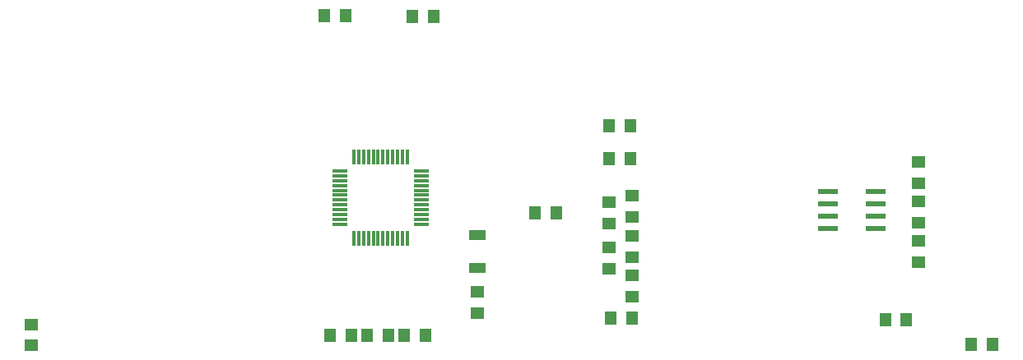
<source format=gbr>
G04*
G04 #@! TF.GenerationSoftware,Altium Limited,Altium Designer,22.4.2 (48)*
G04*
G04 Layer_Color=8421504*
%FSLAX24Y24*%
%MOIN*%
G70*
G04*
G04 #@! TF.SameCoordinates,3D4B7757-4479-4088-A00E-F10E6AE17A54*
G04*
G04*
G04 #@! TF.FilePolarity,Positive*
G04*
G01*
G75*
G04:AMPARAMS|DCode=21|XSize=11mil|YSize=61.4mil|CornerRadius=2.8mil|HoleSize=0mil|Usage=FLASHONLY|Rotation=180.000|XOffset=0mil|YOffset=0mil|HoleType=Round|Shape=RoundedRectangle|*
%AMROUNDEDRECTD21*
21,1,0.0110,0.0559,0,0,180.0*
21,1,0.0055,0.0614,0,0,180.0*
1,1,0.0055,-0.0028,0.0280*
1,1,0.0055,0.0028,0.0280*
1,1,0.0055,0.0028,-0.0280*
1,1,0.0055,-0.0028,-0.0280*
%
%ADD21ROUNDEDRECTD21*%
G04:AMPARAMS|DCode=22|XSize=11mil|YSize=61.4mil|CornerRadius=2.8mil|HoleSize=0mil|Usage=FLASHONLY|Rotation=90.000|XOffset=0mil|YOffset=0mil|HoleType=Round|Shape=RoundedRectangle|*
%AMROUNDEDRECTD22*
21,1,0.0110,0.0559,0,0,90.0*
21,1,0.0055,0.0614,0,0,90.0*
1,1,0.0055,0.0280,0.0028*
1,1,0.0055,0.0280,-0.0028*
1,1,0.0055,-0.0280,-0.0028*
1,1,0.0055,-0.0280,0.0028*
%
%ADD22ROUNDEDRECTD22*%
%ADD23R,0.0472X0.0551*%
%ADD24R,0.0551X0.0472*%
%ADD25R,0.0689X0.0394*%
G04:AMPARAMS|DCode=26|XSize=77.6mil|YSize=23.2mil|CornerRadius=2.9mil|HoleSize=0mil|Usage=FLASHONLY|Rotation=0.000|XOffset=0mil|YOffset=0mil|HoleType=Round|Shape=RoundedRectangle|*
%AMROUNDEDRECTD26*
21,1,0.0776,0.0174,0,0,0.0*
21,1,0.0718,0.0232,0,0,0.0*
1,1,0.0058,0.0359,-0.0087*
1,1,0.0058,-0.0359,-0.0087*
1,1,0.0058,-0.0359,0.0087*
1,1,0.0058,0.0359,0.0087*
%
%ADD26ROUNDEDRECTD26*%
D21*
X24338Y7155D02*
D03*
X24535D02*
D03*
X24732D02*
D03*
X24929D02*
D03*
X25126D02*
D03*
X25323D02*
D03*
X25519D02*
D03*
X25716D02*
D03*
X25913D02*
D03*
X26110D02*
D03*
X26307D02*
D03*
X26504D02*
D03*
Y10446D02*
D03*
X26307D02*
D03*
X26110D02*
D03*
X25913D02*
D03*
X25716D02*
D03*
X25519D02*
D03*
X25323D02*
D03*
X25126D02*
D03*
X24929D02*
D03*
X24732D02*
D03*
X24535D02*
D03*
X24338D02*
D03*
D22*
X27067Y7718D02*
D03*
Y7915D02*
D03*
Y8111D02*
D03*
Y8308D02*
D03*
Y8505D02*
D03*
Y8702D02*
D03*
Y8899D02*
D03*
Y9096D02*
D03*
Y9292D02*
D03*
Y9489D02*
D03*
Y9686D02*
D03*
Y9883D02*
D03*
X23775D02*
D03*
Y9686D02*
D03*
Y9489D02*
D03*
Y9292D02*
D03*
Y9096D02*
D03*
Y8899D02*
D03*
Y8702D02*
D03*
Y8505D02*
D03*
Y8308D02*
D03*
Y8111D02*
D03*
Y7915D02*
D03*
Y7718D02*
D03*
D23*
X25754Y3200D02*
D03*
X24888D02*
D03*
X23388D02*
D03*
X24254D02*
D03*
X27254D02*
D03*
X26388D02*
D03*
X24014Y16190D02*
D03*
X23148D02*
D03*
X27564Y16160D02*
D03*
X26698D02*
D03*
X35534Y11705D02*
D03*
X34668D02*
D03*
Y10380D02*
D03*
X35534D02*
D03*
X35612Y3900D02*
D03*
X34746D02*
D03*
X46725Y3849D02*
D03*
X45859D02*
D03*
X50214Y2850D02*
D03*
X49348D02*
D03*
X32558Y8164D02*
D03*
X31692D02*
D03*
D24*
X11271Y2797D02*
D03*
Y3663D02*
D03*
X34678Y6771D02*
D03*
Y5905D02*
D03*
X35611Y5654D02*
D03*
Y4788D02*
D03*
X35601Y7243D02*
D03*
Y6377D02*
D03*
X35611Y8883D02*
D03*
Y8017D02*
D03*
X29340Y4111D02*
D03*
Y4977D02*
D03*
X47201Y6177D02*
D03*
Y7043D02*
D03*
Y7777D02*
D03*
Y8643D02*
D03*
Y9377D02*
D03*
Y10243D02*
D03*
X34678Y7731D02*
D03*
Y8597D02*
D03*
D25*
X29340Y5953D02*
D03*
Y7292D02*
D03*
D26*
X45475Y9060D02*
D03*
Y8560D02*
D03*
Y8060D02*
D03*
Y7560D02*
D03*
X43527D02*
D03*
Y8060D02*
D03*
Y8560D02*
D03*
Y9060D02*
D03*
M02*

</source>
